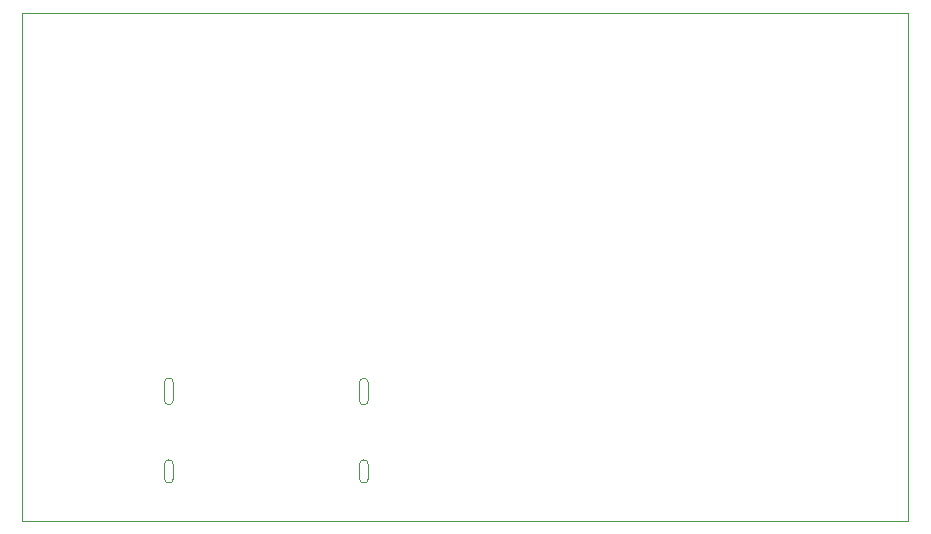
<source format=gm1>
G04 #@! TF.GenerationSoftware,KiCad,Pcbnew,(5.1.4-0-10_14)*
G04 #@! TF.CreationDate,2020-03-06T13:13:34+09:00*
G04 #@! TF.ProjectId,ReadoutBoard_v3_2,52656164-6f75-4744-926f-6172645f7633,rev?*
G04 #@! TF.SameCoordinates,Original*
G04 #@! TF.FileFunction,Profile,NP*
%FSLAX46Y46*%
G04 Gerber Fmt 4.6, Leading zero omitted, Abs format (unit mm)*
G04 Created by KiCad (PCBNEW (5.1.4-0-10_14)) date 2020-03-06 13:13:34*
%MOMM*%
%LPD*%
G04 APERTURE LIST*
%ADD10C,0.050000*%
G04 APERTURE END LIST*
D10*
X127279400Y-119202200D02*
X127279400Y-120408700D01*
X127279400Y-119202200D02*
G75*
G03X126517400Y-119202200I-381000J0D01*
G01*
X126517400Y-119202200D02*
X126517400Y-120408700D01*
X127279400Y-120408700D02*
G75*
G02X126517400Y-120408700I-381000J0D01*
G01*
X127279400Y-112293400D02*
G75*
G03X126517400Y-112293400I-381000J0D01*
G01*
X127279400Y-112293400D02*
X127279400Y-113795200D01*
X127279400Y-113795200D02*
G75*
G02X126517400Y-113795200I-381000J0D01*
G01*
X126517400Y-112293400D02*
X126517400Y-113795200D01*
X110769400Y-112268000D02*
X110769400Y-113769800D01*
X110769400Y-112268000D02*
G75*
G03X110007400Y-112268000I-381000J0D01*
G01*
X110769400Y-113769800D02*
G75*
G02X110007400Y-113769800I-381000J0D01*
G01*
X110007400Y-112268000D02*
X110007400Y-113769800D01*
X110769400Y-119202200D02*
X110769400Y-120408700D01*
X110007400Y-119202200D02*
X110007400Y-120408700D01*
X110769400Y-119202200D02*
G75*
G03X110007400Y-119202200I-381000J0D01*
G01*
X110769400Y-120408700D02*
G75*
G02X110007400Y-120408700I-381000J0D01*
G01*
X98000000Y-124000000D02*
X98000000Y-81000000D01*
X98000000Y-124000000D02*
X173000000Y-124000000D01*
X173000000Y-81000000D02*
X173000000Y-124000000D01*
X98000000Y-81000000D02*
X173000000Y-81000000D01*
M02*

</source>
